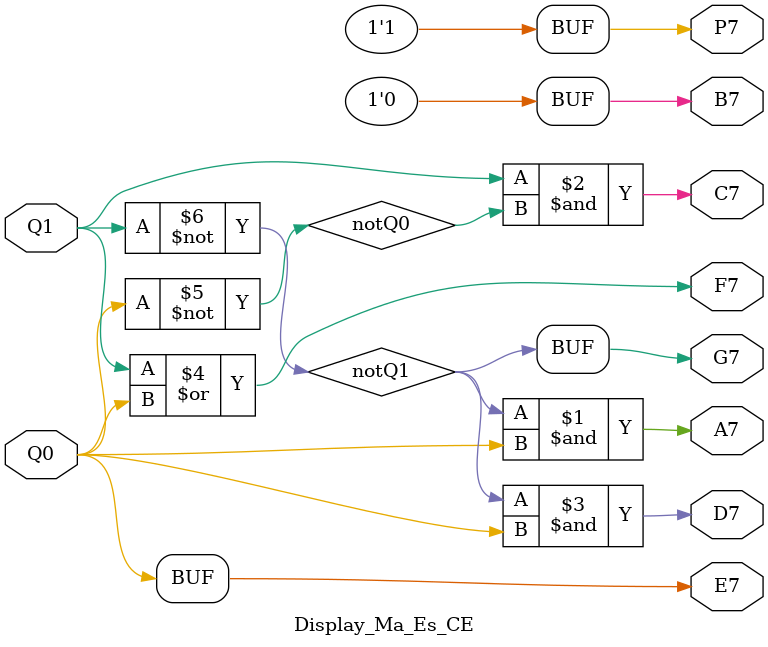
<source format=v>
module Display_Ma_Es_CE(Q0, Q1, A7, B7, C7, D7, E7, F7, G7, P7); 

	input Q0, Q1;
	output A7, B7, C7, D7, E7, F7, G7, P7;

	// Negações
	not(notQ0, Q0);
	not(notQ1, Q1);
	
	// Expressão F: A = !Q1 Q0
	and(A7, notQ1, Q0);
	// Expressão F: B = 0
	not(B7, 1);
	// Expressão F: C = Q1 !Q0
	and(C7, Q1, notQ0);
	// Expressão F: D = !Q1 Q0
	and(D7, notQ1, Q0);
	// Expressão F: E = Q0
	and(E7, Q0);
	// Expressão F: F = Q1 + Q0
	or(F7, Q1, Q0);
	// Expressão F: G = !Q1
	and(G7, notQ1);
	// Expressão F: P = 1			
	not(P7, 0);

endmodule
</source>
